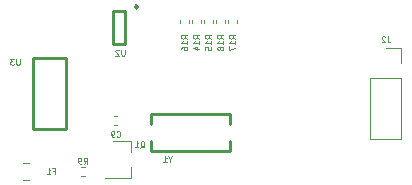
<source format=gbr>
%TF.GenerationSoftware,KiCad,Pcbnew,5.1.10-88a1d61d58~89~ubuntu21.04.1*%
%TF.CreationDate,2021-07-10T21:48:55+08:00*%
%TF.ProjectId,ST_Link_V2.1,53545f4c-696e-46b5-9f56-322e312e6b69,rev?*%
%TF.SameCoordinates,Original*%
%TF.FileFunction,Legend,Bot*%
%TF.FilePolarity,Positive*%
%FSLAX46Y46*%
G04 Gerber Fmt 4.6, Leading zero omitted, Abs format (unit mm)*
G04 Created by KiCad (PCBNEW 5.1.10-88a1d61d58~89~ubuntu21.04.1) date 2021-07-10 21:48:55*
%MOMM*%
%LPD*%
G01*
G04 APERTURE LIST*
%ADD10C,0.120000*%
%ADD11C,0.254000*%
%ADD12C,0.250000*%
%ADD13C,0.125000*%
%ADD14C,0.150000*%
%ADD15C,0.100000*%
G04 APERTURE END LIST*
D10*
%TO.C,J2*%
X90992000Y-80204000D02*
X89662000Y-80204000D01*
X90992000Y-81534000D02*
X90992000Y-80204000D01*
X90992000Y-82804000D02*
X88332000Y-82804000D01*
X88332000Y-82804000D02*
X88332000Y-87944000D01*
X90992000Y-82804000D02*
X90992000Y-87944000D01*
X90992000Y-87944000D02*
X88332000Y-87944000D01*
D11*
%TO.C,Y1*%
X69827000Y-85776000D02*
X76477000Y-85776000D01*
X76477000Y-85776000D02*
X76477000Y-86676000D01*
X69827000Y-85776000D02*
X69827000Y-86676000D01*
X76477000Y-88076000D02*
X76477000Y-88976000D01*
X69827000Y-88076000D02*
X69827000Y-88976000D01*
X69827000Y-88976000D02*
X76477000Y-88976000D01*
%TO.C,U3*%
X59814000Y-87074000D02*
X62614000Y-87074000D01*
X59814000Y-81074000D02*
X59814000Y-87074000D01*
X59814000Y-81074000D02*
X62614000Y-81074000D01*
X62614000Y-81074000D02*
X62614000Y-87074000D01*
D12*
%TO.C,U2*%
X68681000Y-76736000D02*
G75*
G03*
X68681000Y-76736000I-125000J0D01*
G01*
D11*
X66556000Y-77086000D02*
X66556000Y-79886000D01*
X67556000Y-77086000D02*
X67556000Y-79886000D01*
X66556000Y-79886000D02*
X67556000Y-79886000D01*
X66556000Y-77086000D02*
X67556000Y-77086000D01*
D10*
%TO.C,R18*%
X75312000Y-77824359D02*
X75312000Y-78131641D01*
X76072000Y-77824359D02*
X76072000Y-78131641D01*
%TO.C,R17*%
X76328000Y-77824359D02*
X76328000Y-78131641D01*
X77088000Y-77824359D02*
X77088000Y-78131641D01*
%TO.C,R16*%
X72264000Y-77824359D02*
X72264000Y-78131641D01*
X73024000Y-77824359D02*
X73024000Y-78131641D01*
%TO.C,R15*%
X74296000Y-77824359D02*
X74296000Y-78131641D01*
X75056000Y-77824359D02*
X75056000Y-78131641D01*
%TO.C,R14*%
X73280000Y-77824359D02*
X73280000Y-78131641D01*
X74040000Y-77824359D02*
X74040000Y-78131641D01*
%TO.C,R9*%
X63854359Y-91058000D02*
X64161641Y-91058000D01*
X63854359Y-90298000D02*
X64161641Y-90298000D01*
%TO.C,Q1*%
X68070000Y-88082000D02*
X68070000Y-89012000D01*
X68070000Y-91242000D02*
X68070000Y-90312000D01*
X68070000Y-91242000D02*
X65910000Y-91242000D01*
X68070000Y-88082000D02*
X66610000Y-88082000D01*
%TO.C,F1*%
X59440578Y-89968000D02*
X58923422Y-89968000D01*
X59440578Y-91388000D02*
X58923422Y-91388000D01*
%TO.C,C9*%
X66694164Y-86720000D02*
X66909836Y-86720000D01*
X66694164Y-86000000D02*
X66909836Y-86000000D01*
%TO.C,J2*%
D13*
X89828666Y-79228190D02*
X89828666Y-79585333D01*
X89852476Y-79656761D01*
X89900095Y-79704380D01*
X89971523Y-79728190D01*
X90019142Y-79728190D01*
X89614380Y-79275809D02*
X89590571Y-79252000D01*
X89542952Y-79228190D01*
X89423904Y-79228190D01*
X89376285Y-79252000D01*
X89352476Y-79275809D01*
X89328666Y-79323428D01*
X89328666Y-79371047D01*
X89352476Y-79442476D01*
X89638190Y-79728190D01*
X89328666Y-79728190D01*
D14*
%TO.C,Y1*%
D15*
X71414476Y-89640371D02*
X71414476Y-89878466D01*
X71581142Y-89378466D02*
X71414476Y-89640371D01*
X71247809Y-89378466D01*
X70819238Y-89878466D02*
X71104952Y-89878466D01*
X70962095Y-89878466D02*
X70962095Y-89378466D01*
X71009714Y-89449895D01*
X71057333Y-89497514D01*
X71104952Y-89521323D01*
%TO.C,U3*%
X58673952Y-81133190D02*
X58673952Y-81537952D01*
X58650142Y-81585571D01*
X58626333Y-81609380D01*
X58578714Y-81633190D01*
X58483476Y-81633190D01*
X58435857Y-81609380D01*
X58412047Y-81585571D01*
X58388238Y-81537952D01*
X58388238Y-81133190D01*
X58197761Y-81133190D02*
X57888238Y-81133190D01*
X58054904Y-81323666D01*
X57983476Y-81323666D01*
X57935857Y-81347476D01*
X57912047Y-81371285D01*
X57888238Y-81418904D01*
X57888238Y-81537952D01*
X57912047Y-81585571D01*
X57935857Y-81609380D01*
X57983476Y-81633190D01*
X58126333Y-81633190D01*
X58173952Y-81609380D01*
X58197761Y-81585571D01*
%TO.C,U2*%
X67563952Y-80361466D02*
X67563952Y-80766228D01*
X67540142Y-80813847D01*
X67516333Y-80837656D01*
X67468714Y-80861466D01*
X67373476Y-80861466D01*
X67325857Y-80837656D01*
X67302047Y-80813847D01*
X67278238Y-80766228D01*
X67278238Y-80361466D01*
X67063952Y-80409085D02*
X67040142Y-80385276D01*
X66992523Y-80361466D01*
X66873476Y-80361466D01*
X66825857Y-80385276D01*
X66802047Y-80409085D01*
X66778238Y-80456704D01*
X66778238Y-80504323D01*
X66802047Y-80575752D01*
X67087761Y-80861466D01*
X66778238Y-80861466D01*
%TO.C,R18*%
X75918190Y-79434571D02*
X75680095Y-79267904D01*
X75918190Y-79148857D02*
X75418190Y-79148857D01*
X75418190Y-79339333D01*
X75442000Y-79386952D01*
X75465809Y-79410761D01*
X75513428Y-79434571D01*
X75584857Y-79434571D01*
X75632476Y-79410761D01*
X75656285Y-79386952D01*
X75680095Y-79339333D01*
X75680095Y-79148857D01*
X75918190Y-79910761D02*
X75918190Y-79625047D01*
X75918190Y-79767904D02*
X75418190Y-79767904D01*
X75489619Y-79720285D01*
X75537238Y-79672666D01*
X75561047Y-79625047D01*
X75632476Y-80196476D02*
X75608666Y-80148857D01*
X75584857Y-80125047D01*
X75537238Y-80101238D01*
X75513428Y-80101238D01*
X75465809Y-80125047D01*
X75442000Y-80148857D01*
X75418190Y-80196476D01*
X75418190Y-80291714D01*
X75442000Y-80339333D01*
X75465809Y-80363142D01*
X75513428Y-80386952D01*
X75537238Y-80386952D01*
X75584857Y-80363142D01*
X75608666Y-80339333D01*
X75632476Y-80291714D01*
X75632476Y-80196476D01*
X75656285Y-80148857D01*
X75680095Y-80125047D01*
X75727714Y-80101238D01*
X75822952Y-80101238D01*
X75870571Y-80125047D01*
X75894380Y-80148857D01*
X75918190Y-80196476D01*
X75918190Y-80291714D01*
X75894380Y-80339333D01*
X75870571Y-80363142D01*
X75822952Y-80386952D01*
X75727714Y-80386952D01*
X75680095Y-80363142D01*
X75656285Y-80339333D01*
X75632476Y-80291714D01*
%TO.C,R17*%
X76934190Y-79434571D02*
X76696095Y-79267904D01*
X76934190Y-79148857D02*
X76434190Y-79148857D01*
X76434190Y-79339333D01*
X76458000Y-79386952D01*
X76481809Y-79410761D01*
X76529428Y-79434571D01*
X76600857Y-79434571D01*
X76648476Y-79410761D01*
X76672285Y-79386952D01*
X76696095Y-79339333D01*
X76696095Y-79148857D01*
X76934190Y-79910761D02*
X76934190Y-79625047D01*
X76934190Y-79767904D02*
X76434190Y-79767904D01*
X76505619Y-79720285D01*
X76553238Y-79672666D01*
X76577047Y-79625047D01*
X76434190Y-80077428D02*
X76434190Y-80410761D01*
X76934190Y-80196476D01*
%TO.C,R16*%
X72870190Y-79434571D02*
X72632095Y-79267904D01*
X72870190Y-79148857D02*
X72370190Y-79148857D01*
X72370190Y-79339333D01*
X72394000Y-79386952D01*
X72417809Y-79410761D01*
X72465428Y-79434571D01*
X72536857Y-79434571D01*
X72584476Y-79410761D01*
X72608285Y-79386952D01*
X72632095Y-79339333D01*
X72632095Y-79148857D01*
X72870190Y-79910761D02*
X72870190Y-79625047D01*
X72870190Y-79767904D02*
X72370190Y-79767904D01*
X72441619Y-79720285D01*
X72489238Y-79672666D01*
X72513047Y-79625047D01*
X72370190Y-80339333D02*
X72370190Y-80244095D01*
X72394000Y-80196476D01*
X72417809Y-80172666D01*
X72489238Y-80125047D01*
X72584476Y-80101238D01*
X72774952Y-80101238D01*
X72822571Y-80125047D01*
X72846380Y-80148857D01*
X72870190Y-80196476D01*
X72870190Y-80291714D01*
X72846380Y-80339333D01*
X72822571Y-80363142D01*
X72774952Y-80386952D01*
X72655904Y-80386952D01*
X72608285Y-80363142D01*
X72584476Y-80339333D01*
X72560666Y-80291714D01*
X72560666Y-80196476D01*
X72584476Y-80148857D01*
X72608285Y-80125047D01*
X72655904Y-80101238D01*
%TO.C,R15*%
X74902190Y-79434571D02*
X74664095Y-79267904D01*
X74902190Y-79148857D02*
X74402190Y-79148857D01*
X74402190Y-79339333D01*
X74426000Y-79386952D01*
X74449809Y-79410761D01*
X74497428Y-79434571D01*
X74568857Y-79434571D01*
X74616476Y-79410761D01*
X74640285Y-79386952D01*
X74664095Y-79339333D01*
X74664095Y-79148857D01*
X74902190Y-79910761D02*
X74902190Y-79625047D01*
X74902190Y-79767904D02*
X74402190Y-79767904D01*
X74473619Y-79720285D01*
X74521238Y-79672666D01*
X74545047Y-79625047D01*
X74402190Y-80363142D02*
X74402190Y-80125047D01*
X74640285Y-80101238D01*
X74616476Y-80125047D01*
X74592666Y-80172666D01*
X74592666Y-80291714D01*
X74616476Y-80339333D01*
X74640285Y-80363142D01*
X74687904Y-80386952D01*
X74806952Y-80386952D01*
X74854571Y-80363142D01*
X74878380Y-80339333D01*
X74902190Y-80291714D01*
X74902190Y-80172666D01*
X74878380Y-80125047D01*
X74854571Y-80101238D01*
%TO.C,R14*%
X73886190Y-79434571D02*
X73648095Y-79267904D01*
X73886190Y-79148857D02*
X73386190Y-79148857D01*
X73386190Y-79339333D01*
X73410000Y-79386952D01*
X73433809Y-79410761D01*
X73481428Y-79434571D01*
X73552857Y-79434571D01*
X73600476Y-79410761D01*
X73624285Y-79386952D01*
X73648095Y-79339333D01*
X73648095Y-79148857D01*
X73886190Y-79910761D02*
X73886190Y-79625047D01*
X73886190Y-79767904D02*
X73386190Y-79767904D01*
X73457619Y-79720285D01*
X73505238Y-79672666D01*
X73529047Y-79625047D01*
X73552857Y-80339333D02*
X73886190Y-80339333D01*
X73362380Y-80220285D02*
X73719523Y-80101238D01*
X73719523Y-80410761D01*
%TO.C,R9*%
X64091333Y-90015190D02*
X64258000Y-89777095D01*
X64377047Y-90015190D02*
X64377047Y-89515190D01*
X64186571Y-89515190D01*
X64138952Y-89539000D01*
X64115142Y-89562809D01*
X64091333Y-89610428D01*
X64091333Y-89681857D01*
X64115142Y-89729476D01*
X64138952Y-89753285D01*
X64186571Y-89777095D01*
X64377047Y-89777095D01*
X63853238Y-90015190D02*
X63758000Y-90015190D01*
X63710380Y-89991380D01*
X63686571Y-89967571D01*
X63638952Y-89896142D01*
X63615142Y-89800904D01*
X63615142Y-89610428D01*
X63638952Y-89562809D01*
X63662761Y-89539000D01*
X63710380Y-89515190D01*
X63805619Y-89515190D01*
X63853238Y-89539000D01*
X63877047Y-89562809D01*
X63900857Y-89610428D01*
X63900857Y-89729476D01*
X63877047Y-89777095D01*
X63853238Y-89800904D01*
X63805619Y-89824714D01*
X63710380Y-89824714D01*
X63662761Y-89800904D01*
X63638952Y-89777095D01*
X63615142Y-89729476D01*
%TO.C,Q1*%
X68881619Y-88665809D02*
X68929238Y-88642000D01*
X68976857Y-88594380D01*
X69048285Y-88522952D01*
X69095904Y-88499142D01*
X69143523Y-88499142D01*
X69119714Y-88618190D02*
X69167333Y-88594380D01*
X69214952Y-88546761D01*
X69238761Y-88451523D01*
X69238761Y-88284857D01*
X69214952Y-88189619D01*
X69167333Y-88142000D01*
X69119714Y-88118190D01*
X69024476Y-88118190D01*
X68976857Y-88142000D01*
X68929238Y-88189619D01*
X68905428Y-88284857D01*
X68905428Y-88451523D01*
X68929238Y-88546761D01*
X68976857Y-88594380D01*
X69024476Y-88618190D01*
X69119714Y-88618190D01*
X68429238Y-88618190D02*
X68714952Y-88618190D01*
X68572095Y-88618190D02*
X68572095Y-88118190D01*
X68619714Y-88189619D01*
X68667333Y-88237238D01*
X68714952Y-88261047D01*
%TO.C,F1*%
X61507666Y-90642285D02*
X61674333Y-90642285D01*
X61674333Y-90904190D02*
X61674333Y-90404190D01*
X61436238Y-90404190D01*
X60983857Y-90904190D02*
X61269571Y-90904190D01*
X61126714Y-90904190D02*
X61126714Y-90404190D01*
X61174333Y-90475619D01*
X61221952Y-90523238D01*
X61269571Y-90547047D01*
%TO.C,C9*%
X66885333Y-87698571D02*
X66909142Y-87722380D01*
X66980571Y-87746190D01*
X67028190Y-87746190D01*
X67099619Y-87722380D01*
X67147238Y-87674761D01*
X67171047Y-87627142D01*
X67194857Y-87531904D01*
X67194857Y-87460476D01*
X67171047Y-87365238D01*
X67147238Y-87317619D01*
X67099619Y-87270000D01*
X67028190Y-87246190D01*
X66980571Y-87246190D01*
X66909142Y-87270000D01*
X66885333Y-87293809D01*
X66647238Y-87746190D02*
X66552000Y-87746190D01*
X66504380Y-87722380D01*
X66480571Y-87698571D01*
X66432952Y-87627142D01*
X66409142Y-87531904D01*
X66409142Y-87341428D01*
X66432952Y-87293809D01*
X66456761Y-87270000D01*
X66504380Y-87246190D01*
X66599619Y-87246190D01*
X66647238Y-87270000D01*
X66671047Y-87293809D01*
X66694857Y-87341428D01*
X66694857Y-87460476D01*
X66671047Y-87508095D01*
X66647238Y-87531904D01*
X66599619Y-87555714D01*
X66504380Y-87555714D01*
X66456761Y-87531904D01*
X66432952Y-87508095D01*
X66409142Y-87460476D01*
%TD*%
M02*

</source>
